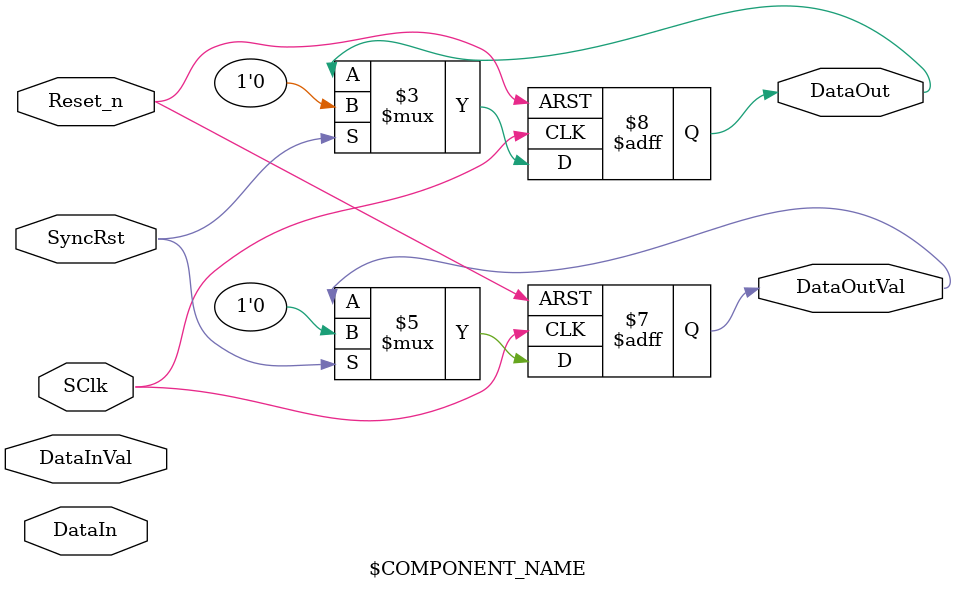
<source format=v>

module $COMPONENT_NAME
(
   // System interface
   // -- inputs
   SClk,
   Reset_n,
   SyncRst,
   // Data interface
   // --inputs
   DataInVal,
   DataIn,
   // --outputs
   DataOutVal,
   DataOut
);

////////////////////////////////////////////////////////////////////////////////
// External functions and tasks
////////////////////////////////////////////////////////////////////////////////
// Miscellaneous parameter task and functions

////////////////////////////////////////////////////////////////////////////////
// Configurable parameters
////////////////////////////////////////////////////////////////////////////////

////////////////////////////////////////////////////////////////////////////////
// Internal parameters (localparams) that affect ports
////////////////////////////////////////////////////////////////////////////////

////////////////////////////////////////////////////////////////////////////////
// Module I/O
////////////////////////////////////////////////////////////////////////////////

input  SClk;       // COMMENT
input  Reset_n;    // COMMENT
input  SyncRst;    // COMMENT
input  DataInVal;  // COMMENT
input  DataIn;     // COMMENT
output DataOutVal; // COMMENT
output DataOut;    // COMMENT

////////////////////////////////////////////////////////////////////////////////
// Internal parameters (localparams)
////////////////////////////////////////////////////////////////////////////////

////////////////////////////////////////////////////////////////////////////////
// Registered outputs
////////////////////////////////////////////////////////////////////////////////

reg DataOutVal; // COMMENT
reg DataOut;    // COMMENT

///////////////////////////////////////////////////////////////////////////////
// Virtually registered output (combinational regs)
////////////////////////////////////////////////////////////////////////////////

////////////////////////////////////////////////////////////////////////////////
// Internal registers
////////////////////////////////////////////////////////////////////////////////

////////////////////////////////////////////////////////////////////////////////
// Internal virtual registers (combinational regs)
////////////////////////////////////////////////////////////////////////////////

////////////////////////////////////////////////////////////////////////////////
// Internal wires
////////////////////////////////////////////////////////////////////////////////

////////////////////////////////////////////////////////////////////////////////
// Wires assignments
////////////////////////////////////////////////////////////////////////////////

////////////////////////////////////////////////////////////////////////////////
// Modules instantiations
////////////////////////////////////////////////////////////////////////////////

////////////////////////////////////////////////////////////////////////////////
// Module functionality
////////////////////////////////////////////////////////////////////////////////

always @(posedge SClk or negedge Reset_n) begin
   if (!Reset_n) begin
      DataOutVal <= 0;
      DataOut    <= 0;
   end else begin
      if (SyncRst) begin
         DataOutVal <= 0;
         DataOut    <= 0;
      end
   end
end

endmodule 
// end of $COMPONENT_NAME

</source>
